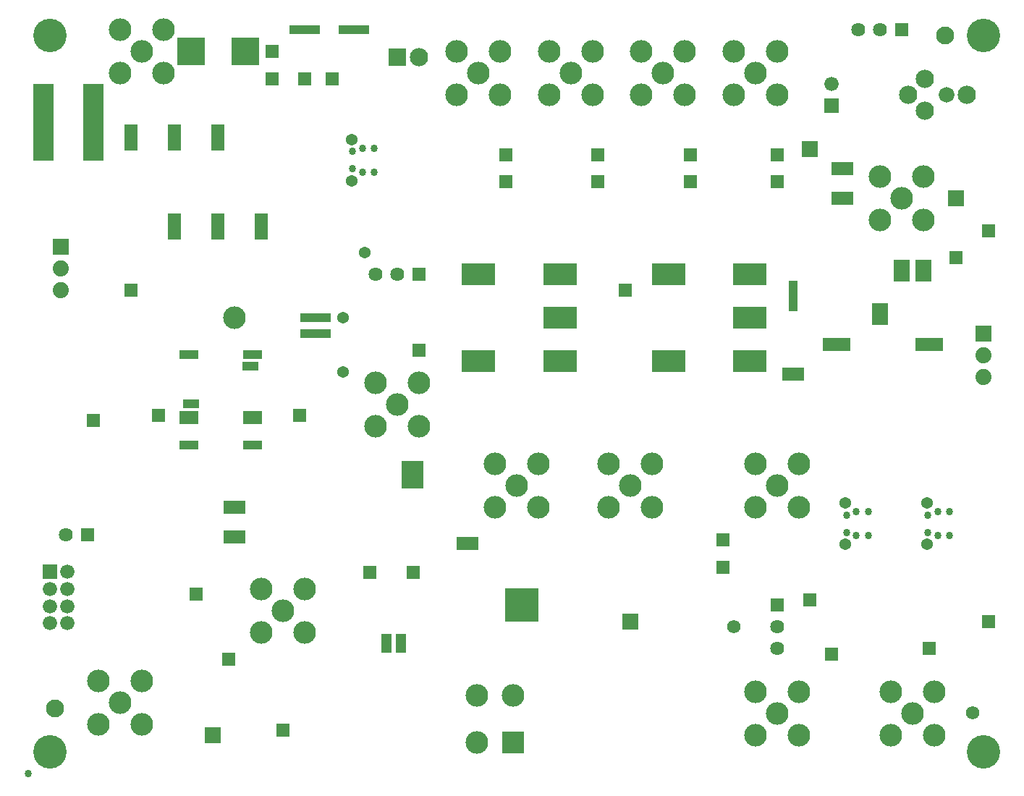
<source format=gbs>
*%FSLAX24Y24*%
*%MOIN*%
G01*
%ADD11C,0.0000*%
%ADD12C,0.0050*%
%ADD13C,0.0060*%
%ADD14C,0.0070*%
%ADD15C,0.0073*%
%ADD16C,0.0079*%
%ADD17C,0.0080*%
%ADD18C,0.0098*%
%ADD19C,0.0100*%
%ADD20C,0.0120*%
%ADD21C,0.0160*%
%ADD22C,0.0160*%
%ADD23C,0.0197*%
%ADD24C,0.0200*%
%ADD25C,0.0200*%
%ADD26C,0.0240*%
%ADD27C,0.0250*%
%ADD28C,0.0280*%
%ADD29C,0.0300*%
%ADD30C,0.0300*%
%ADD31C,0.0320*%
%ADD32C,0.0340*%
%ADD33C,0.0360*%
%ADD34C,0.0380*%
%ADD35C,0.0394*%
%ADD36C,0.0397*%
%ADD37C,0.0400*%
%ADD38C,0.0400*%
%ADD39C,0.0430*%
%ADD40C,0.0434*%
%ADD41C,0.0440*%
%ADD42C,0.0480*%
%ADD43C,0.0500*%
%ADD44C,0.0500*%
%ADD45C,0.0520*%
%ADD46C,0.0540*%
%ADD47C,0.0560*%
%ADD48C,0.0580*%
%ADD49C,0.0600*%
%ADD50C,0.0600*%
%ADD51C,0.0620*%
%ADD52C,0.0630*%
%ADD53C,0.0640*%
%ADD54C,0.0650*%
%ADD55C,0.0660*%
%ADD56C,0.0670*%
%ADD57C,0.0680*%
%ADD58C,0.0700*%
%ADD59C,0.0720*%
%ADD60C,0.0740*%
%ADD61C,0.0750*%
%ADD62C,0.0760*%
%ADD63C,0.0800*%
%ADD64C,0.0827*%
%ADD65C,0.0840*%
%ADD66C,0.0850*%
%ADD67C,0.0870*%
%ADD68C,0.0900*%
%ADD69C,0.1000*%
%ADD70C,0.1040*%
%ADD71C,0.1417*%
%ADD72C,0.1500*%
%ADD73C,0.1540*%
%ADD74C,0.2417*%
%ADD75R,0.0200X0.0200*%
%ADD76R,0.0200X0.0400*%
%ADD77R,0.0300X0.0250*%
%ADD78R,0.0300X0.0300*%
%ADD79R,0.0300X0.0600*%
%ADD80R,0.0340X0.0640*%
%ADD81R,0.0350X0.0550*%
%ADD82R,0.0350X0.0800*%
%ADD83R,0.0360X0.1300*%
%ADD84R,0.0400X0.0400*%
%ADD85R,0.0400X0.0500*%
%ADD86R,0.0400X0.1350*%
%ADD87R,0.0420X0.0850*%
%ADD88R,0.0440X0.0540*%
%ADD89R,0.0440X0.1390*%
%ADD90R,0.0460X0.0890*%
%ADD91R,0.0500X0.0200*%
%ADD92R,0.0500X0.0400*%
%ADD93R,0.0500X0.0500*%
%ADD94R,0.0500X0.0500*%
%ADD95R,0.0500X0.0850*%
%ADD96R,0.0540X0.0440*%
%ADD97R,0.0540X0.0890*%
%ADD98R,0.0540X0.1140*%
%ADD99R,0.0550X0.0350*%
%ADD100R,0.0551X0.0394*%
%ADD101R,0.0551X0.1417*%
%ADD102R,0.0560X0.0320*%
%ADD103R,0.0591X0.0434*%
%ADD104R,0.0600X0.0280*%
%ADD105R,0.0600X0.0360*%
%ADD106R,0.0600X0.0600*%
%ADD107R,0.0600X0.0600*%
%ADD108R,0.0600X0.0700*%
%ADD109R,0.0600X0.0900*%
%ADD110R,0.0600X0.1200*%
%ADD111R,0.0620X0.0620*%
%ADD112R,0.0640X0.0320*%
%ADD113R,0.0640X0.0400*%
%ADD114R,0.0640X0.0640*%
%ADD115R,0.0640X0.0740*%
%ADD116R,0.0640X0.1240*%
%ADD117R,0.0650X0.0200*%
%ADD118R,0.0650X0.0300*%
%ADD119R,0.0650X0.0550*%
%ADD120R,0.0660X0.0660*%
%ADD121R,0.0700X0.0300*%
%ADD122R,0.0700X0.0340*%
%ADD123R,0.0700X0.0350*%
%ADD124R,0.0700X0.0600*%
%ADD125R,0.0700X0.0700*%
%ADD126R,0.0700X0.0700*%
%ADD127R,0.0700X0.1000*%
%ADD128R,0.0709X0.0394*%
%ADD129R,0.0740X0.0640*%
%ADD130R,0.0740X0.0740*%
%ADD131R,0.0740X0.1040*%
%ADD132R,0.0749X0.0434*%
%ADD133R,0.0750X0.0300*%
%ADD134R,0.0750X0.0400*%
%ADD135R,0.0750X0.0550*%
%ADD136R,0.0750X0.0800*%
%ADD137R,0.0760X0.0760*%
%ADD138R,0.0800X0.0350*%
%ADD139R,0.0800X0.0550*%
%ADD140R,0.0800X0.0800*%
%ADD141R,0.0800X0.3400*%
%ADD142R,0.0827X0.0394*%
%ADD143R,0.0827X0.0591*%
%ADD144R,0.0840X0.0840*%
%ADD145R,0.0867X0.0434*%
%ADD146R,0.0867X0.0631*%
%ADD147R,0.0900X0.0900*%
%ADD148R,0.0900X0.3500*%
%ADD149R,0.0940X0.3540*%
%ADD150R,0.0950X0.1200*%
%ADD151R,0.0960X0.0540*%
%ADD152R,0.0960X0.1220*%
%ADD153R,0.0984X0.1260*%
%ADD154R,0.1000X0.0600*%
%ADD155R,0.1000X0.0800*%
%ADD156R,0.1000X0.1000*%
%ADD157R,0.1000X0.1000*%
%ADD158R,0.1000X0.1200*%
%ADD159R,0.1000X0.1250*%
%ADD160R,0.1040X0.0640*%
%ADD161R,0.1040X0.0840*%
%ADD162R,0.1040X0.1040*%
%ADD163R,0.1040X0.1290*%
%ADD164R,0.1100X0.1100*%
%ADD165R,0.1102X0.0394*%
%ADD166R,0.1200X0.0600*%
%ADD167R,0.1200X0.1200*%
%ADD168R,0.1250X0.0600*%
%ADD169R,0.1250X0.0800*%
%ADD170R,0.1250X0.1250*%
%ADD171R,0.1250X0.1250*%
%ADD172R,0.1260X0.0591*%
%ADD173R,0.1290X0.0640*%
%ADD174R,0.1290X0.1290*%
%ADD175R,0.1300X0.0631*%
%ADD176R,0.1300X0.0360*%
%ADD177R,0.1350X0.0400*%
%ADD178R,0.1390X0.0440*%
%ADD179R,0.1500X0.1000*%
%ADD180R,0.1500X0.1500*%
%ADD181R,0.1540X0.1040*%
%ADD182R,0.1540X0.1540*%
%ADD183R,0.1600X0.0200*%
%ADD184R,0.1600X0.2400*%
%ADD185R,0.1700X0.1700*%
%ADD186R,0.1900X0.1900*%
%ADD187R,0.2000X0.2000*%
%ADD188R,0.2100X0.2100*%
%ADD189R,0.2200X0.2200*%
%ADD190R,0.2300X0.2300*%
%ADD191R,0.2500X0.0500*%
%ADD192R,0.2750X0.0500*%
%ADD193R,0.3000X0.3000*%
%ADD194R,0.3300X0.2750*%
%ADD195R,0.3340X0.2790*%
%ADD196R,0.4250X0.0750*%
%ADD197R,0.4290X0.0790*%
D11*
X74300Y41100D02*
D03*
Y37850D02*
D03*
Y39100D02*
D03*
X73300Y56850D02*
D03*
Y52600D02*
D03*
X73550Y46600D02*
D03*
X71050Y62600D02*
D03*
X71300Y59100D02*
D03*
X70550Y58350D02*
D03*
X72050Y48100D02*
D03*
X70800D02*
D03*
X71550Y54350D02*
D03*
X70550Y41100D02*
D03*
X72050Y37850D02*
D03*
X70550Y35350D02*
D03*
X70300Y38600D02*
D03*
X68300Y56350D02*
D03*
Y58350D02*
D03*
X68800Y54100D02*
D03*
Y48100D02*
D03*
X68550Y44100D02*
D03*
X69050Y35100D02*
D03*
Y36350D02*
D03*
X68800Y38600D02*
D03*
X67050Y59100D02*
D03*
X67300Y52350D02*
D03*
X66050Y63350D02*
D03*
X65550Y56850D02*
D03*
X64300Y59850D02*
D03*
X65050Y47100D02*
D03*
X64550Y54850D02*
D03*
X66050Y35100D02*
D03*
X65050Y38350D02*
D03*
X65300Y34600D02*
D03*
X62300Y55600D02*
D03*
Y46350D02*
D03*
X63300Y34600D02*
D03*
Y35350D02*
D03*
X63550Y38350D02*
D03*
X61300Y56850D02*
D03*
Y61850D02*
D03*
X60800Y59850D02*
D03*
X61050Y54600D02*
D03*
Y52600D02*
D03*
X61300Y51600D02*
D03*
X61050Y44600D02*
D03*
X59800Y58850D02*
D03*
Y47350D02*
D03*
X60300Y36600D02*
D03*
X59550Y44600D02*
D03*
X57050Y57600D02*
D03*
Y61850D02*
D03*
X56800Y59600D02*
D03*
X58300Y47350D02*
D03*
X56800Y55350D02*
D03*
X55300Y58850D02*
D03*
X56300Y47350D02*
D03*
Y45350D02*
D03*
X54550Y37350D02*
D03*
X52550Y56850D02*
D03*
Y61850D02*
D03*
X53300Y45600D02*
D03*
X53800Y55600D02*
D03*
X52550Y52600D02*
D03*
X53550Y34100D02*
D03*
X52300Y59600D02*
D03*
Y51350D02*
D03*
Y54600D02*
D03*
X51300Y45600D02*
D03*
Y34600D02*
D03*
X50300Y46850D02*
D03*
X49050Y55350D02*
D03*
Y53600D02*
D03*
Y42600D02*
D03*
X49550Y33600D02*
D03*
X48800Y38100D02*
D03*
X47800Y63600D02*
D03*
X47950Y57800D02*
D03*
X47850Y56700D02*
D03*
X46800Y60850D02*
D03*
X48550Y48350D02*
D03*
X48300Y40850D02*
D03*
X47900Y55300D02*
D03*
X48300Y33600D02*
D03*
X46800Y38100D02*
D03*
X46050Y64100D02*
D03*
X45800Y55350D02*
D03*
X44800Y40600D02*
D03*
X45050Y51850D02*
D03*
X46550Y36600D02*
D03*
X44650Y55350D02*
D03*
X44550Y33600D02*
D03*
X43300Y60850D02*
D03*
X43800Y62600D02*
D03*
X43050Y51350D02*
D03*
X43800Y36600D02*
D03*
X42800Y40350D02*
D03*
X41800Y58850D02*
D03*
Y43850D02*
D03*
X41300Y49100D02*
D03*
X41050Y51600D02*
D03*
X41300Y54850D02*
D03*
X42300Y34350D02*
D03*
X40800D02*
D03*
X41550Y30850D02*
D03*
X41800Y40350D02*
D03*
X40550Y56100D02*
D03*
Y60850D02*
D03*
Y64100D02*
D03*
X39550Y59100D02*
D03*
Y54850D02*
D03*
X40050Y49600D02*
D03*
X39800Y53350D02*
D03*
X40300Y43850D02*
D03*
Y40350D02*
D03*
X39800Y33600D02*
D03*
Y32100D02*
D03*
X38800Y38350D02*
D03*
X37550Y59100D02*
D03*
X38550Y45850D02*
D03*
X37550Y54850D02*
D03*
X37050Y44100D02*
D03*
Y34100D02*
D03*
Y35600D02*
D03*
X35550Y54850D02*
D03*
X36050Y48850D02*
D03*
X36550Y41600D02*
D03*
X35800Y44100D02*
D03*
X36550Y40350D02*
D03*
X36050Y33600D02*
D03*
Y32100D02*
D03*
X34550Y60100D02*
D03*
X33800Y57850D02*
D03*
Y56350D02*
D03*
X33550Y41350D02*
D03*
X34800Y46100D02*
D03*
X33800Y39350D02*
D03*
Y37850D02*
D03*
X34300Y36100D02*
D03*
X32800Y63600D02*
D03*
X31800Y46600D02*
D03*
X32800Y43100D02*
D03*
X31050Y35100D02*
D03*
X30300Y41850D02*
D03*
D32*
X71250Y41500D02*
D03*
X72250Y40550D02*
D03*
Y41650D02*
D03*
X71700Y40550D02*
D03*
Y41650D02*
D03*
X71250Y40700D02*
D03*
X67500Y41500D02*
D03*
X68500Y40550D02*
D03*
Y41650D02*
D03*
X67950Y40550D02*
D03*
Y41650D02*
D03*
X67500Y40700D02*
D03*
X44750Y58250D02*
D03*
X45750Y57300D02*
D03*
Y58400D02*
D03*
X45200Y57300D02*
D03*
Y58400D02*
D03*
X44750Y57450D02*
D03*
X29800Y29600D02*
D03*
D40*
X72050Y63600D02*
D03*
X31050Y32600D02*
D03*
D46*
X45300Y53600D02*
D03*
X44300Y50600D02*
D03*
Y48100D02*
D03*
X71200Y42050D02*
D03*
Y40150D02*
D03*
X67450Y42050D02*
D03*
Y40150D02*
D03*
X44700Y58800D02*
D03*
Y56900D02*
D03*
D51*
X73300Y32400D02*
D03*
X62300Y36350D02*
D03*
D53*
X46800Y52600D02*
D03*
X45800D02*
D03*
X69050Y63850D02*
D03*
X68050D02*
D03*
X64300Y35350D02*
D03*
Y36350D02*
D03*
X31550Y40600D02*
D03*
D55*
X66800Y61350D02*
D03*
X30806Y38094D02*
D03*
X30806Y37306D02*
D03*
Y36519D02*
D03*
X31594Y38881D02*
D03*
Y38094D02*
D03*
Y37306D02*
D03*
Y36519D02*
D03*
D59*
X72105Y60850D02*
D03*
D60*
X31300Y52850D02*
D03*
Y51850D02*
D03*
X73800Y48850D02*
D03*
Y47850D02*
D03*
D64*
X72050Y63600D02*
D03*
X31050Y32600D02*
D03*
D65*
X71121Y61578D02*
D03*
X70333Y60850D02*
D03*
X71121Y60122D02*
D03*
X73050Y60850D02*
D03*
X47800Y62600D02*
D03*
D70*
X39300Y50600D02*
D03*
X47800Y47600D02*
D03*
X45800Y45600D02*
D03*
X47800D02*
D03*
X45800Y47600D02*
D03*
X46800Y46600D02*
D03*
X71050Y57100D02*
D03*
X69050Y55100D02*
D03*
X71050D02*
D03*
X69050Y57100D02*
D03*
X70050Y56100D02*
D03*
X65300Y43850D02*
D03*
X63300Y41850D02*
D03*
X65300D02*
D03*
X63300Y43850D02*
D03*
X64300Y42850D02*
D03*
X71550Y33350D02*
D03*
X69550Y31350D02*
D03*
X71550D02*
D03*
X69550Y33350D02*
D03*
X70550Y32350D02*
D03*
X65300Y33350D02*
D03*
X63300Y31350D02*
D03*
X65300D02*
D03*
X63300Y33350D02*
D03*
X64300Y32350D02*
D03*
X50473Y31017D02*
D03*
X52127Y33183D02*
D03*
X50473D02*
D03*
X53300Y43850D02*
D03*
X51300Y41850D02*
D03*
X53300D02*
D03*
X51300Y43850D02*
D03*
X52300Y42850D02*
D03*
X58550Y43850D02*
D03*
X56550Y41850D02*
D03*
X58550D02*
D03*
X56550Y43850D02*
D03*
X57550Y42850D02*
D03*
X64300Y62850D02*
D03*
X62300Y60850D02*
D03*
X64300D02*
D03*
X62300Y62850D02*
D03*
X63300Y61850D02*
D03*
X60050Y62850D02*
D03*
X58050Y60850D02*
D03*
X60050D02*
D03*
X58050Y62850D02*
D03*
X59050Y61850D02*
D03*
X55800Y62850D02*
D03*
X53800Y60850D02*
D03*
X55800D02*
D03*
X53800Y62850D02*
D03*
X54800Y61850D02*
D03*
X51550Y62850D02*
D03*
X49550Y60850D02*
D03*
X51550D02*
D03*
X49550Y62850D02*
D03*
X50550Y61850D02*
D03*
X36050Y63850D02*
D03*
X34050Y61850D02*
D03*
X36050D02*
D03*
X34050Y63850D02*
D03*
X35050Y62850D02*
D03*
X42550Y38100D02*
D03*
X40550Y36100D02*
D03*
X42550D02*
D03*
X40550Y38100D02*
D03*
X41550Y37100D02*
D03*
X35050Y33850D02*
D03*
X33050Y31850D02*
D03*
X35050D02*
D03*
X33050Y33850D02*
D03*
X34050Y32850D02*
D03*
D73*
X30800Y63600D02*
D03*
X73800D02*
D03*
Y30600D02*
D03*
X30800D02*
D03*
D89*
X65050Y51600D02*
D03*
D90*
X46300Y35600D02*
D03*
X46970D02*
D03*
D114*
X41550Y31600D02*
D03*
X35800Y46100D02*
D03*
X34550Y51850D02*
D03*
X47800Y52600D02*
D03*
Y49100D02*
D03*
X70050Y63850D02*
D03*
X74050Y54600D02*
D03*
X72550Y53350D02*
D03*
X61800Y39100D02*
D03*
Y40350D02*
D03*
X71300Y35350D02*
D03*
X74050Y36600D02*
D03*
X66800Y35100D02*
D03*
X65800Y37600D02*
D03*
X64300Y37350D02*
D03*
X47550Y38850D02*
D03*
X57300Y51850D02*
D03*
X64300Y56850D02*
D03*
Y58100D02*
D03*
X60300D02*
D03*
Y56850D02*
D03*
X56050D02*
D03*
Y58100D02*
D03*
X51800D02*
D03*
Y56850D02*
D03*
X41050Y61600D02*
D03*
Y62850D02*
D03*
X43800Y61600D02*
D03*
X42550D02*
D03*
X42300Y46100D02*
D03*
X45550Y38850D02*
D03*
X32550Y40600D02*
D03*
X32800Y45850D02*
D03*
X37550Y37850D02*
D03*
X39050Y34850D02*
D03*
D116*
X38550Y54800D02*
D03*
X36550D02*
D03*
X34550Y58900D02*
D03*
X36550D02*
D03*
X38550D02*
D03*
X40550Y54800D02*
D03*
D120*
X66800Y60350D02*
D03*
X30806Y38881D02*
D03*
D130*
X31300Y53850D02*
D03*
X73800Y49850D02*
D03*
X72550Y56100D02*
D03*
X57550Y36600D02*
D03*
D131*
X71050Y52750D02*
D03*
X70050D02*
D03*
X69050Y50750D02*
D03*
D132*
X37294Y46610D02*
D03*
X40050Y48342D02*
D03*
D137*
X38300Y31350D02*
D03*
X65800Y58350D02*
D03*
D144*
X46800Y62600D02*
D03*
D145*
X40148Y44720D02*
D03*
X37196D02*
D03*
X40148Y48893D02*
D03*
X37196D02*
D03*
D146*
Y45980D02*
D03*
X40148D02*
D03*
D149*
X32800Y59600D02*
D03*
X30500D02*
D03*
D160*
X39300Y41850D02*
D03*
Y40500D02*
D03*
X67300Y56100D02*
D03*
Y57450D02*
D03*
X65050Y48000D02*
D03*
X50050Y40200D02*
D03*
D162*
X52127Y31017D02*
D03*
D163*
X47500Y43350D02*
D03*
D174*
X37300Y62850D02*
D03*
X39800D02*
D03*
D175*
X71300Y49350D02*
D03*
X67050D02*
D03*
D178*
X42550Y63850D02*
D03*
X44800D02*
D03*
X43050Y49850D02*
D03*
Y50600D02*
D03*
D181*
X54300D02*
D03*
X50550Y48600D02*
D03*
Y52600D02*
D03*
X54300Y48600D02*
D03*
Y52600D02*
D03*
X63050Y50600D02*
D03*
X59300Y48600D02*
D03*
Y52600D02*
D03*
X63050Y48600D02*
D03*
Y52600D02*
D03*
D182*
X52550Y37350D02*
D03*
M02*

</source>
